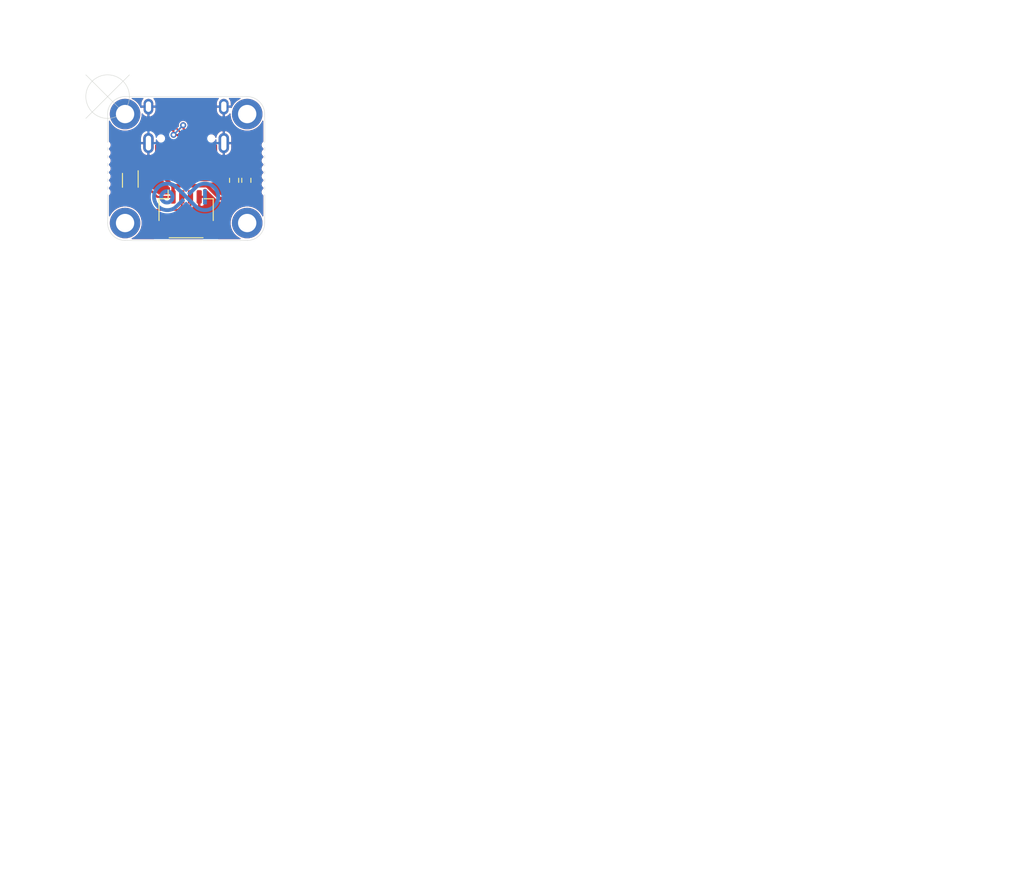
<source format=kicad_pcb>
(kicad_pcb (version 20211014) (generator pcbnew)
  (layers (0 "F.Cu" signal) (31 "B.Cu" signal) (34 "B.Paste" user) (35 "F.Paste" user) (36 "B.SilkS" user "B.Silkscreen") (37 "F.SilkS" user "F.Silkscreen") (38 "B.Mask" user) (39 "F.Mask" user) (44 "Edge.Cuts" user))
  (net 0 "")
  (net 1 "GND")
  (net 2 "DP")
  (net 3 "Net-(J1-PadB5)")
  (net 4 "Net-(J1-PadA8)")
  (net 5 "DN")
  (net 6 "Net-(J1-PadA5)")
  (net 7 "Net-(J1-PadB8)")
  (net 8 "UVCC")
  (net 9 "D-")
  (net 10 "D+")
  (footprint "MountingHole:MountingHole_2.2mm_M2_DIN965_Pad" (layer "F.Cu") (at 47 37)
    (fp_text reference "REF**" hide)
    (fp_text value "MountingHole_2.2mm_M2_DIN965_Pad")
    (pad "1" thru_hole circle locked (at 0 0) (size 3.5 3.5) (drill 2.1) (layers *.Cu *.Mask))
  )
  (footprint "MountingHole:MountingHole_2.2mm_M2_DIN965_Pad" (layer "F.Cu") (at 61 37)
    (fp_text reference "REF**" hide)
    (fp_text value "MountingHole_2.2mm_M2_DIN965_Pad")
    (pad "1" thru_hole circle locked (at 0 0) (size 3.5 3.5) (drill 2.1) (layers *.Cu *.Mask))
  )
  (footprint "MountingHole:MountingHole_2.2mm_M2_DIN965_Pad" (layer "F.Cu") (at 47 49.5)
    (fp_text reference "REF**" hide)
    (fp_text value "MountingHole_2.2mm_M2_DIN965_Pad")
    (pad "1" thru_hole circle locked (at 0 0) (size 3.5 3.5) (drill 2.1) (layers *.Cu *.Mask))
  )
  (footprint "MountingHole:MountingHole_2.2mm_M2_DIN965_Pad" (layer "F.Cu") (at 61 49.5)
    (fp_text reference "REF**" hide)
    (fp_text value "MountingHole_2.2mm_M2_DIN965_Pad")
    (pad "1" thru_hole circle locked (at 0 0) (size 3.5 3.5) (drill 2.1) (layers *.Cu *.Mask))
  )
  (footprint "u1:USB_C_Receptacle_HRO_TYPE-C-31-M-12" (layer "F.Cu") (at 54 37.2 180)
    (fp_text reference "J1" hide)
    (fp_text value "USB_C_Receptacle_USB2.0")
    (pad "" np_thru_hole circle (at 2.89 -2.6 180) (size 0.65 0.65) (drill 0.65) (layers *.Cu *.Mask))
    (pad "" np_thru_hole circle (at -2.89 -2.6 180) (size 0.65 0.65) (drill 0.65) (layers *.Cu *.Mask))
    (pad "A1" smd rect (at -3.25 -4.045 180) (size 0.6 1.45) (layers "F.Cu" "F.Paste" "F.Mask") (net 1 "GND"))
    (pad "A4" smd rect (at -2.45 -4.045 180) (size 0.6 1.45) (layers "F.Cu" "F.Paste" "F.Mask") (net 8 "UVCC"))
    (pad "A5" smd rect (at -1.25 -4.045 180) (size 0.3 1.45) (layers "F.Cu" "F.Paste" "F.Mask") (net 6 "Net-(J1-PadA5)"))
    (pad "A6" smd rect (at -0.25 -4.045 180) (size 0.3 1.45) (layers "F.Cu" "F.Paste" "F.Mask") (net 2 "DP"))
    (pad "A7" smd rect (at 0.25 -4.045 180) (size 0.3 1.45) (layers "F.Cu" "F.Paste" "F.Mask") (net 5 "DN"))
    (pad "A8" smd rect (at 1.25 -4.045 180) (size 0.3 1.45) (layers "F.Cu" "F.Paste" "F.Mask") (net 4 "Net-(J1-PadA8)"))
    (pad "A9" smd rect (at 2.45 -4.045 180) (size 0.6 1.45) (layers "F.Cu" "F.Paste" "F.Mask") (net 8 "UVCC"))
    (pad "A12" smd rect (at 3.25 -4.045 180) (size 0.6 1.45) (layers "F.Cu" "F.Paste" "F.Mask") (net 1 "GND"))
    (pad "B1" smd rect (at 3.25 -4.045 180) (size 0.6 1.45) (layers "F.Cu" "F.Paste" "F.Mask") (net 1 "GND"))
    (pad "B4" smd rect (at 2.45 -4.045 180) (size 0.6 1.45) (layers "F.Cu" "F.Paste" "F.Mask") (net 8 "UVCC"))
    (pad "B5" smd rect (at 1.75 -4.045 180) (size 0.3 1.45) (layers "F.Cu" "F.Paste" "F.Mask") (net 3 "Net-(J1-PadB5)"))
    (pad "B6" smd rect (at 0.75 -4.045 180) (size 0.3 1.45) (layers "F.Cu" "F.Paste" "F.Mask") (net 2 "DP"))
    (pad "B7" smd rect (at -0.75 -4.045 180) (size 0.3 1.45) (layers "F.Cu" "F.Paste" "F.Mask") (net 5 "DN"))
    (pad "B8" smd rect (at -1.75 -4.045 180) (size 0.3 1.45) (layers "F.Cu" "F.Paste" "F.Mask") (net 7 "Net-(J1-PadB8)"))
    (pad "B9" smd rect (at -2.45 -4.045 180) (size 0.6 1.45) (layers "F.Cu" "F.Paste" "F.Mask") (net 8 "UVCC"))
    (pad "B12" smd rect (at -3.25 -4.045 180) (size 0.6 1.45) (layers "F.Cu" "F.Paste" "F.Mask") (net 1 "GND"))
    (pad "S1" thru_hole oval (at 4.32 1.05 180) (size 1.1 1.8) (drill oval 0.6 1.2) (layers *.Cu *.Mask "F.Paste") (net 1 "GND"))
    (pad "S1" thru_hole oval (at -4.32 1.05 180) (size 1.1 1.8) (drill oval 0.6 1.2) (layers *.Cu *.Mask "F.Paste") (net 1 "GND"))
    (pad "S1" thru_hole oval (at 4.32 -3.13 180) (size 1.2 2.3) (drill oval 0.6 1.7) (layers *.Cu *.Mask "F.Paste") (net 1 "GND"))
    (pad "S1" thru_hole oval (at -4.32 -3.13 180) (size 1.2 2.3) (drill oval 0.6 1.7) (layers *.Cu *.Mask "F.Paste") (net 1 "GND"))
  )
  (footprint "Resistor_SMD:R_0603_1608Metric" (layer "F.Cu") (at 59.5 44.6 -90)
    (fp_text reference "R1" hide)
    (fp_text value "5.1k")
    (fp_line (start -0.237258 0.5225) (end 0.237258 0.5225) (layer "F.SilkS") (width 0.12))
    (fp_line (start -0.237258 -0.5225) (end 0.237258 -0.5225) (layer "F.SilkS") (width 0.12))
    (pad "1" smd roundrect (at -0.825 0 270) (size 0.8 0.95) (layers "F.Cu" "F.Paste" "F.Mask") (net 6 "Net-(J1-PadA5)"))
    (pad "2" smd roundrect (at 0.825 0 270) (size 0.8 0.95) (layers "F.Cu" "F.Paste" "F.Mask") (net 1 "GND"))
  )
  (footprint "Resistor_SMD:R_0603_1608Metric" (layer "F.Cu") (at 60.9 44.6 90)
    (fp_text reference "R2" hide)
    (fp_text value "5.1k")
    (fp_line (start -0.237258 0.5225) (end 0.237258 0.5225) (layer "F.SilkS") (width 0.12))
    (fp_line (start -0.237258 -0.5225) (end 0.237258 -0.5225) (layer "F.SilkS") (width 0.12))
    (pad "1" smd roundrect (at -0.825 0 90) (size 0.8 0.95) (layers "F.Cu" "F.Paste" "F.Mask") (net 1 "GND"))
    (pad "2" smd roundrect (at 0.825 0 90) (size 0.8 0.95) (layers "F.Cu" "F.Paste" "F.Mask") (net 3 "Net-(J1-PadB5)"))
  )
  (footprint "Package_TO_SOT_SMD:SOT-666" (layer "F.Cu") (at 47.6 44.6 -90)
    (fp_text reference "U1" hide)
    (fp_text value "USBLC6-2P6")
    (fp_line (start -0.8 0.9) (end 0.8 0.9) (layer "F.SilkS") (width 0.12))
    (fp_line (start 0.8 -0.9) (end -1.1 -0.9) (layer "F.SilkS") (width 0.12))
    (pad "1" smd rect (at -0.85 -0.5375 270) (size 0.5 0.375) (layers "F.Cu" "F.Paste" "F.Mask") (net 5 "DN"))
    (pad "2" smd rect (at -0.925 0 270) (size 0.65 0.3) (layers "F.Cu" "F.Paste" "F.Mask") (net 1 "GND"))
    (pad "3" smd rect (at -0.85 0.5375 270) (size 0.5 0.375) (layers "F.Cu" "F.Paste" "F.Mask") (net 2 "DP"))
    (pad "4" smd rect (at 0.85 0.5375 270) (size 0.5 0.375) (layers "F.Cu" "F.Paste" "F.Mask") (net 10 "D+"))
    (pad "5" smd rect (at 0.925 0 270) (size 0.65 0.3) (layers "F.Cu" "F.Paste" "F.Mask") (net 8 "UVCC"))
    (pad "6" smd rect (at 0.85 -0.5375 270) (size 0.5 0.375) (layers "F.Cu" "F.Paste" "F.Mask") (net 9 "D-"))
  )
  (footprint "Connector_JST:JST_SH_SM04B-SRSS-TB_1x04-1MP_P1.00mm_Horizontal" (layer "F.Cu") (at 54 48.5)
    (fp_text reference "J2" hide)
    (fp_text value "Conn_01x06_MountingPin")
    (fp_line (start -3.11 0.715) (end -3.11 -1.785) (layer "F.SilkS") (width 0.12))
    (fp_line (start 3.11 0.715) (end 3.11 -1.785) (layer "F.SilkS") (width 0.12))
    (fp_line (start -1.94 2.685) (end 1.94 2.685) (layer "F.SilkS") (width 0.12))
    (fp_line (start -2.06 -1.785) (end -2.06 -2.775) (layer "F.SilkS") (width 0.12))
    (fp_line (start 3.11 -1.785) (end 2.06 -1.785) (layer "F.SilkS") (width 0.12))
    (fp_line (start -3.11 -1.785) (end -2.06 -1.785) (layer "F.SilkS") (width 0.12))
    (pad "1" smd roundrect (at -1.5 -2) (size 0.6 1.55) (layers "F.Cu" "F.Paste" "F.Mask") (net 8 "UVCC"))
    (pad "2" smd roundrect (at -0.5 -2) (size 0.6 1.55) (layers "F.Cu" "F.Paste" "F.Mask") (net 9 "D-"))
    (pad "3" smd roundrect (at 0.5 -2) (size 0.6 1.55) (layers "F.Cu" "F.Paste" "F.Mask") (net 10 "D+"))
    (pad "4" smd roundrect (at 1.5 -2) (size 0.6 1.55) (layers "F.Cu" "F.Paste" "F.Mask") (net 1 "GND"))
    (pad "MP" smd roundrect (at 2.8 1.875) (size 1.2 1.8) (layers "F.Cu" "F.Paste" "F.Mask") (roundrect_rratio 0.2083325) (net 1 "GND"))
    (pad "MP" smd roundrect (at -2.8 1.875) (size 1.2 1.8) (layers "F.Cu" "F.Paste" "F.Mask") (roundrect_rratio 0.2083325) (net 1 "GND"))
  )
  (footprint "u1:Mouse_Bite_7" (layer "F.Cu") (at 63 43.25 -90)
    (fp_text reference "REF**" hide)
    (fp_text value "Mouse_Bite_7" hide)
    (pad "" np_thru_hole circle locked (at -0.9 -0.1 270) (size 0.6 0.6) (drill 0.6) (layers *.Cu *.Mask))
    (pad "" np_thru_hole circle locked (at -1.8 -0.1 270) (size 0.6 0.6) (drill 0.6) (layers *.Cu *.Mask))
    (pad "" np_thru_hole circle locked (at 0 -0.1 270) (size 0.6 0.6) (drill 0.6) (layers *.Cu *.Mask))
    (pad "" np_thru_hole circle locked (at 1.8 -0.1 270) (size 0.6 0.6) (drill 0.6) (layers *.Cu *.Mask))
    (pad "" np_thru_hole circle locked (at 2.7 -0.1 270) (size 0.6 0.6) (drill 0.6) (layers *.Cu *.Mask))
    (pad "" np_thru_hole circle locked (at -2.7 -0.1 270) (size 0.6 0.6) (drill 0.6) (layers *.Cu *.Mask))
    (pad "" np_thru_hole circle locked (at 0.9 -0.1 270) (size 0.6 0.6) (drill 0.6) (layers *.Cu *.Mask))
  )
  (footprint "u1:Mouse_Bite_7" (layer "F.Cu") (at 45 43.25 90)
    (fp_text reference "REF**" hide)
    (fp_text value "Mouse_Bite_7" hide)
    (pad "" np_thru_hole circle locked (at -2.7 -0.1 90) (size 0.6 0.6) (drill 0.6) (layers *.Cu *.Mask))
    (pad "" np_thru_hole circle locked (at -1.8 -0.1 90) (size 0.6 0.6) (drill 0.6) (layers *.Cu *.Mask))
    (pad "" np_thru_hole circle locked (at -0.9 -0.1 90) (size 0.6 0.6) (drill 0.6) (layers *.Cu *.Mask))
    (pad "" np_thru_hole circle locked (at 0.9 -0.1 90) (size 0.6 0.6) (drill 0.6) (layers *.Cu *.Mask))
    (pad "" np_thru_hole circle locked (at 2.7 -0.1 90) (size 0.6 0.6) (drill 0.6) (layers *.Cu *.Mask))
    (pad "" np_thru_hole circle locked (at 0 -0.1 90) (size 0.6 0.6) (drill 0.6) (layers *.Cu *.Mask))
    (pad "" np_thru_hole circle locked (at 1.8 -0.1 90) (size 0.6 0.6) (drill 0.6) (layers *.Cu *.Mask))
  )
  (footprint "u1:mini_logo" (layer "B.Cu") (at 54 46.5 180)
    (fp_text reference "G***" hide)
    (fp_text value "LOGO" hide)
    (fp_poly (pts (xy 2.274656 0.862878) (xy 2.376327 0.85068) (xy 2.473042 0.824866) (xy 2.568863 0.785709) (xy 2.693245 0.715167) (xy 2.802177 0.627895) (xy 2.894552 0.525187) (xy 2.969261 0.40834) (xy 3.025198 0.278649) (xy 3.038519 0.236162) (xy 3.057069 0.1456) (xy 3.065868 0.04282) (xy 3.064914 -0.063464) (xy 3.054209 -0.16454) (xy 3.038519 -0.236161) (xy 2.989608 -0.366124) (xy 2.921614 -0.48534) (xy 2.836568 -0.591888) (xy 2.736499 -0.683843) (xy 2.623438 -0.759282) (xy 2.499415 -0.816282) (xy 2.393402 -0.847372) (xy 2.321483 -0.858489) (xy 2.237051 -0.863898) (xy 2.149356 -0.863563) (xy 2.067642 -0.85745) (xy 2.014681 -0.848797) (xy 1.884214 -0.80852) (xy 1.762383 -0.74822) (xy 1.651406 -0.670021) (xy 1.553498 -0.576043) (xy 1.470875 -0.46841) (xy 1.405753 -0.349244) (xy 1.360878 -0.222674) (xy 1.343866 -0.131464) (xy 1.33647 -0.028514) (xy 1.33707 0) (xy 1.772227 0) (xy 1.773094 -0.055525) (xy 1.776688 -0.096127) (xy 1.784495 -0.129939) (xy 1.798003 -0.165096) (xy 1.80541 -0.181522) (xy 1.852301 -0.258236) (xy 1.916006 -0.326388) (xy 1.991279 -0.381583) (xy 2.072876 -0.419427) (xy 2.098207 -0.426842) (xy 2.132308 -0.431923) (xy 2.178999 -0.434541) (xy 2.225437 -0.434202) (xy 2.276147 -0.430007) (xy 2.319036 -0.420448) (xy 2.364714 -0.402646) (xy 2.395108 -0.388181) (xy 2.478323 -0.335598) (xy 2.544286 -0.270545) (xy 2.593007 -0.19589) (xy 2.624493 -0.114502) (xy 2.638755 -0.029249) (xy 2.635799 0.057001) (xy 2.615636 0.141379) (xy 2.578274 0.221017) (xy 2.523722 0.293046) (xy 2.451988 0.354598) (xy 2.392731 0.389337) (xy 2.348161 0.410512) (xy 2.313668 0.423422) (xy 2.280334 0.430072) (xy 2.239243 0.432469) (xy 2.199968 0.432686) (xy 2.14429 0.431435) (xy 2.103179 0.426991) (xy 2.068173 0.417813) (xy 2.030807 0.40236) (xy 2.029083 0.401561) (xy 1.953148 0.355887) (xy 1.884472 0.29491) (xy 1.829174 0.224653) (xy 1.80541 0.181522) (xy 1.78918 0.143517) (xy 1.77925 0.11014) (xy 1.774134 0.073259) (xy 1.772344 0.024739) (xy 1.772227 0) (xy 1.33707 0) (xy 1.338691 0.076927) (xy 1.350527 0.175605) (xy 1.360878 0.222674) (xy 1.399852 0.337978) (xy 1.453695 0.441934) (xy 1.525414 0.539645) (xy 1.587151 0.606345) (xy 1.685693 0.695091) (xy 1.78428 0.763012) (xy 1.887127 0.811994) (xy 1.998446 0.843922) (xy 2.122451 0.860683) (xy 2.160271 0.862927) (xy 2.274656 0.862878)) (layer "B.Cu") (width 0.01) (fill solid))
    (fp_poly (pts (xy -2.011067 1.733319) (xy -1.826497 1.707386) (xy -1.648454 1.664459) (xy -1.481125 1.605752) (xy -1.339273 1.538321) (xy -1.292174 1.512126) (xy -1.248848 1.486673) (xy -1.207549 1.460462) (xy -1.166531 1.43199) (xy -1.124049 1.399756) (xy -1.078357 1.362258) (xy -1.027709 1.317994) (xy -0.97036 1.265463) (xy -0.904564 1.203162) (xy -0.828576 1.12959) (xy -0.740649 1.043246) (xy -0.639039 0.942628) (xy -0.588819 0.892723) (xy -0.121228 0.427739) (xy -0.274064 0.274679) (xy -0.426899 0.121619) (xy -0.874427 0.567035) (xy -0.960999 0.652793) (xy -1.044834 0.735065) (xy -1.124116 0.812122) (xy -1.197029 0.882235) (xy -1.261758 0.943671) (xy -1.316487 0.994703) (xy -1.3594 1.033599) (xy -1.388682 1.058631) (xy -1.397 1.064961) (xy -1.547628 1.157391) (xy -1.703625 1.22744) (xy -1.865793 1.275364) (xy -2.034934 1.301416) (xy -2.159001 1.306775) (xy -2.332645 1.295562) (xy -2.500555 1.262442) (xy -2.661105 1.208194) (xy -2.812669 1.133598) (xy -2.953621 1.039433) (xy -3.082336 0.926479) (xy -3.180046 0.817352) (xy -3.239446 0.733899) (xy -3.297731 0.634994) (xy -3.35113 0.528124) (xy -3.395875 0.420775) (xy -3.425877 0.329046) (xy -3.437311 0.285846) (xy -3.445627 0.248503) (xy -3.451316 0.211929) (xy -3.45487 0.171041) (xy -3.456779 0.120753) (xy -3.457534 0.055981) (xy -3.457639 0) (xy -3.457395 -0.077774) (xy -3.456337 -0.137544) (xy -3.453974 -0.184395) (xy -3.449815 -0.223413) (xy -3.443369 -0.259682) (xy -3.434145 -0.298287) (xy -3.425877 -0.329045) (xy -3.392274 -0.43033) (xy -3.346589 -0.537944) (xy -3.292592 -0.6444) (xy -3.234051 -0.742213) (xy -3.180046 -0.817351) (xy -3.067233 -0.941859) (xy -2.94257 -1.047753) (xy -2.802837 -1.137638) (xy -2.749129 -1.166125) (xy -2.600007 -1.231434) (xy -2.451408 -1.275746) (xy -2.297867 -1.300363) (xy -2.159 -1.306774) (xy -1.984564 -1.296031) (xy -1.817673 -1.263623) (xy -1.657471 -1.209276) (xy -1.503101 -1.132719) (xy -1.397 -1.065034) (xy -1.378301 -1.049484) (xy -1.343951 -1.018144) (xy -1.294563 -0.971616) (xy -1.230751 -0.910501) (xy -1.15313 -0.835399) (xy -1.062312 -0.746911) (xy -0.958913 -0.645639) (xy -0.843544 -0.532183) (xy -0.716821 -0.407144) (xy -0.579357 -0.271123) (xy -0.431765 -0.124722) (xy -0.27466 0.03146) (xy -0.132773 0.172777) (xy 0.033984 0.338993) (xy 0.185286 0.489748) (xy 0.322035 0.625879) (xy 0.445135 0.748223) (xy 0.555487 0.857618) (xy 0.653994 0.9549) (xy 0.741558 1.040906) (xy 0.819082 1.116475) (xy 0.887468 1.182442) (xy 0.947618 1.239646) (xy 1.000436 1.288923) (xy 1.046823 1.33111) (xy 1.087682 1.367044) (xy 1.123915 1.397563) (xy 1.156424 1.423504) (xy 1.186113 1.445704) (xy 1.213884 1.465) (xy 1.240638 1.482228) (xy 1.267279 1.498228) (xy 1.294708 1.513834) (xy 1.323829 1.529885) (xy 1.339272 1.538321) (xy 1.495398 1.611705) (xy 1.66445 1.669553) (xy 1.841396 1.71084) (xy 2.021199 1.734541) (xy 2.198826 1.739629) (xy 2.298491 1.733684) (xy 2.457496 1.713521) (xy 2.601414 1.683727) (xy 2.736906 1.642422) (xy 2.870636 1.587728) (xy 2.946662 1.550843) (xy 3.098194 1.46455) (xy 3.235503 1.366439) (xy 3.365682 1.251341) (xy 3.388247 1.229081) (xy 3.520779 1.081613) (xy 3.632656 0.924825) (xy 3.725132 0.756683) (xy 3.799462 0.575155) (xy 3.808721 0.547865) (xy 3.844979 0.427198) (xy 3.870334 0.314287) (xy 3.886102 0.200747) (xy 3.893598 0.078193) (xy 3.894675 0) (xy 3.891357 -0.131583) (xy 3.880528 -0.249308) (xy 3.860873 -0.361559) (xy 3.831074 -0.476722) (xy 3.808721 -0.547864) (xy 3.736894 -0.731482) (xy 3.647101 -0.901421) (xy 3.538088 -1.059715) (xy 3.408599 -1.208396) (xy 3.388247 -1.22908) (xy 3.239998 -1.36172) (xy 3.079668 -1.47555) (xy 2.908988 -1.569934) (xy 2.72969 -1.644239) (xy 2.543505 -1.697831) (xy 2.352164 -1.730076) (xy 2.1574 -1.74034) (xy 2.011066 -1.733318) (xy 1.826496 -1.707385) (xy 1.648453 -1.664458) (xy 1.481124 -1.605751) (xy 1.339272 -1.53832) (xy 1.292173 -1.512125) (xy 1.248847 -1.486673) (xy 1.207548 -1.460461) (xy 1.16653 -1.431989) (xy 1.124048 -1.399755) (xy 1.078356 -1.362257) (xy 1.027708 -1.317993) (xy 0.970359 -1.265462) (xy 0.904563 -1.203161) (xy 0.828575 -1.12959) (xy 0.740648 -1.043245) (xy 0.639038 -0.942627) (xy 0.588818 -0.892723) (xy 0.121227 -0.427738) (xy 0.274065 -0.274676) (xy 0.426903 -0.121615) (xy 0.880201 -0.573375) (xy 0.986965 -0.679545) (xy 1.079256 -0.770676) (xy 1.158757 -0.848224) (xy 1.227153 -0.913647) (xy 1.286129 -0.9684) (xy 1.337369 -1.01394) (xy 1.382558 -1.051724) (xy 1.42338 -1.083207) (xy 1.46152 -1.109847) (xy 1.498663 -1.133099) (xy 1.536493 -1.15442) (xy 1.575954 -1.174894) (xy 1.718353 -1.234369) (xy 1.871703 -1.276208) (xy 2.031714 -1.300122) (xy 2.194096 -1.305822) (xy 2.354557 -1.293017) (xy 2.508807 -1.261417) (xy 2.571688 -1.242139) (xy 2.732514 -1.175526) (xy 2.88237 -1.089286) (xy 3.019306 -0.984777) (xy 3.141378 -0.863359) (xy 3.180045 -0.817351) (xy 3.239445 -0.733898) (xy 3.29773 -0.634993) (xy 3.351129 -0.528123) (xy 3.395874 -0.420774) (xy 3.425876 -0.329045) (xy 3.43731 -0.285846) (xy 3.445626 -0.248502) (xy 3.451315 -0.211928) (xy 3.454869 -0.17104) (xy 3.456778 -0.120752) (xy 3.457533 -0.05598) (xy 3.457638 0) (xy 3.457394 0.077774) (xy 3.456336 0.137545) (xy 3.453973 0.184396) (xy 3.449814 0.223414) (xy 3.443368 0.259683) (xy 3.434144 0.298288) (xy 3.425876 0.329046) (xy 3.392273 0.430331) (xy 3.346588 0.537945) (xy 3.292591 0.644401) (xy 3.23405 0.742214) (xy 3.180045 0.817352) (xy 3.067232 0.94186) (xy 2.942569 1.047754) (xy 2.802836 1.137639) (xy 2.749128 1.166125) (xy 2.600006 1.231435) (xy 2.451407 1.275747) (xy 2.297866 1.300363) (xy 2.159 1.306775) (xy 1.984529 1.296027) (xy 1.817602 1.263604) (xy 1.657378 1.209241) (xy 1.503018 1.13267) (xy 1.397 1.065012) (xy 1.378328 1.04948) (xy 1.344011 1.018167) (xy 1.294668 0.97168) (xy 1.230921 0.910626) (xy 1.153389 0.835614) (xy 1.062693 0.74725) (xy 0.959454 0.646143) (xy 0.844292 0.532899) (xy 0.717828 0.408127) (xy 0.580682 0.272433) (xy 0.433475 0.126426) (xy 0.276827 -0.029288) (xy 0.132772 -0.172753) (xy -0.034006 -0.338981) (xy -0.185329 -0.489747) (xy -0.322099 -0.62589) (xy -0.445219 -0.748245) (xy -0.55559 -0.857651) (xy -0.654116 -0.954945) (xy -0.741697 -1.040962) (xy -0.819238 -1.116542) (xy -0.88764 -1.182519) (xy -0.947805 -1.239732) (xy -1.000635 -1.289017) (xy -1.047034 -1.331212) (xy -1.087903 -1.367154) (xy -1.124144 -1.397679) (xy -1.156661 -1.423625) (xy -1.186354 -1.445829) (xy -1.214127 -1.465128) (xy -1.240882 -1.482358) (xy -1.267522 -1.498357) (xy -1.294947 -1.513963) (xy -1.324062 -1.530011) (xy -1.339273 -1.53832) (xy -1.498138 -1.612906) (xy -1.669802 -1.671167) (xy -1.84994 -1.712268) (xy -2.034224 -1.735373) (xy -2.21833 -1.739647) (xy -2.339664 -1.731534) (xy -2.536558 -1.699364) (xy -2.726752 -1.645393) (xy -2.908832 -1.5703) (xy -3.081384 -1.47476) (xy -3.242996 -1.359453) (xy -3.388248 -1.22908) (xy -3.52078 -1.081612) (xy -3.632657 -0.924824) (xy -3.725133 -0.756683) (xy -3.799463 -0.575154) (xy -3.808722 -0.547864) (xy -3.84498 -0.427197) (xy -3.870335 -0.314286) (xy -3.886103 -0.200747) (xy -3.893599 -0.078193) (xy -3.894676 0) (xy -3.891358 0.131584) (xy -3.880529 0.249308) (xy -3.860874 0.36156) (xy -3.831075 0.476723) (xy -3.808722 0.547865) (xy -3.736895 0.731483) (xy -3.647102 0.901422) (xy -3.538089 1.059716) (xy -3.4086 1.208397) (xy -3.388248 1.229081) (xy -3.239999 1.361721) (xy -3.079669 1.475551) (xy -2.908989 1.569935) (xy -2.729691 1.64424) (xy -2.543506 1.697832) (xy -2.352165 1.730077) (xy -2.157401 1.740341) (xy -2.011067 1.733319)) (layer "B.Cu") (width 0.01) (fill solid))
    (fp_poly (pts (xy -1.939637 -0.865909) (xy -2.378364 -0.865909) (xy -2.378364 0.865909) (xy -1.939637 0.865909) (xy -1.939637 -0.865909)) (layer "B.Cu") (width 0) (fill solid))
  )
  (gr_line (start 61 35) (end 47 35) (layer "Edge.Cuts") (width 0.05))
  (gr_arc (start 47 51.5) (mid 45.585786 50.914214) (end 45 49.5) (layer "Edge.Cuts") (width 0.05))
  (gr_line (start 45 37) (end 45 49.5) (layer "Edge.Cuts") (width 0.05))
  (gr_line (start 63 49.5) (end 63 37) (layer "Edge.Cuts") (width 0.05))
  (gr_arc (start 45 37) (mid 45.585786 35.585786) (end 47 35) (layer "Edge.Cuts") (width 0.05))
  (gr_line (start 47 51.5) (end 61 51.5) (layer "Edge.Cuts") (width 0.05))
  (gr_arc (start 63 49.5) (mid 62.414214 50.914214) (end 61 51.5) (layer "Edge.Cuts") (width 0.05))
  (gr_arc (start 61 35) (mid 62.414214 35.585786) (end 63 37) (layer "Edge.Cuts") (width 0.05))
  (target x (at 45 35) (size 5) (width 0.05) (layer "Edge.Cuts"))
  (segment (start 49.68 43.645) (end 49.68 41.83) (width 0.25) (layer "F.Cu") (net 1))
  (segment (start 47.875 44.35) (end 48.975 44.35) (width 0.25) (layer "F.Cu") (net 1))
  (segment (start 47.6 44.075) (end 47.875 44.35) (width 0.25) (layer "F.Cu") (net 1))
  (segment (start 47.6 43.675) (end 47.6 44.075) (width 0.25) (layer "F.Cu") (net 1))
  (segment (start 49.68 41.83) (end 49.68 40.33) (width 0.25) (layer "F.Cu") (net 1))
  (segment (start 55.5 46.5) (end 55.5 48) (width 0.3) (layer "F.Cu") (net 1))
  (segment (start 48.975 44.35) (end 49.68 43.645) (width 0.25) (layer "F.Cu") (net 1))
  (segment (start 47.35 39.725) (end 48.9 38.175) (width 0.2) (layer "F.Cu") (net 2))
  (segment (start 53.25 41.245) (end 53.25 42.64) (width 0.2) (layer "F.Cu") (net 2))
  (segment (start 54.25 42.63) (end 54.25 41.245) (width 0.2) (layer "F.Cu") (net 2))
  (segment (start 53.25 42.64) (end 53.5 42.89) (width 0.2) (layer "F.Cu") (net 2))
  (segment (start 53.99 42.89) (end 54.25 42.63) (width 0.2) (layer "F.Cu") (net 2))
  (segment (start 47.35 42.925) (end 47.35 39.725) (width 0.2) (layer "F.Cu") (net 2))
  (segment (start 47.0625 43.2125) (end 47.35 42.925) (width 0.2) (layer "F.Cu") (net 2))
  (segment (start 48.9 38.175) (end 52.425 38.175) (width 0.2) (layer "F.Cu") (net 2))
  (segment (start 47.0625 43.75) (end 47.0625 43.2125) (width 0.2) (layer "F.Cu") (net 2))
  (segment (start 54.25 40) (end 54.25 41.245) (width 0.2) (layer "F.Cu") (net 2))
  (segment (start 52.425 38.175) (end 54.25 40) (width 0.2) (layer "F.Cu") (net 2))
  (segment (start 53.5 42.89) (end 53.99 42.89) (width 0.2) (layer "F.Cu") (net 2))
  (segment (start 52.25 42.745) (end 52.25 44.05) (width 0.2) (layer "F.Cu") (net 3))
  (segment (start 52.25 44.05) (end 52.8 44.6) (width 0.2) (layer "F.Cu") (net 3))
  (segment (start 52.25 42.745) (end 52.25 41.245) (width 0.2) (layer "F.Cu") (net 3))
  (segment (start 52.8 44.6) (end 60.075 44.6) (width 0.2) (layer "F.Cu") (net 3))
  (segment (start 60.075 44.6) (end 60.9 43.775) (width 0.2) (layer "F.Cu") (net 3))
  (segment (start 52.56 38.98) (end 52.28 38.7) (width 0.2) (layer "F.Cu") (net 5))
  (segment (start 53.75 40.17) (end 53.75 41.245) (width 0.2) (layer "F.Cu") (net 5))
  (segment (start 52.56 39.38) (end 52.56 38.98) (width 0.2) (layer "F.Cu") (net 5))
  (segment (start 52.28 38.7) (end 49.1 38.7) (width 0.2) (layer "F.Cu") (net 5))
  (segment (start 53.66 38.61) (end 54.75 39.7) (width 0.2) (layer "F.Cu") (net 5))
  (segment (start 52.56 39.38) (end 52.96 39.38) (width 0.2) (layer "F.Cu") (net 5))
  (segment (start 48.1375 43.1875) (end 48.1375 43.75) (width 0.2) (layer "F.Cu") (net 5))
  (segment (start 49.1 38.7) (end 47.875 39.925) (width 0.2) (layer "F.Cu") (net 5))
  (segment (start 47.875 39.925) (end 47.875 42.925) (width 0.2) (layer "F.Cu") (net 5))
  (segment (start 52.96 39.38) (end 53.75 40.17) (width 0.2) (layer "F.Cu") (net 5))
  (segment (start 54.75 39.7) (end 54.75 41.245) (width 0.2) (layer "F.Cu") (net 5))
  (segment (start 53.66 38.28) (end 53.66 38.61) (width 0.2) (layer "F.Cu") (net 5))
  (segment (start 47.875 42.925) (end 48.1375 43.1875) (width 0.2) (layer "F.Cu") (net 5))
  (via (at 53.66 38.28) (size 0.7) (drill 0.35) (layers "F.Cu" "B.Cu") (net 5))
  (via (at 52.56 39.38) (size 0.7) (drill 0.35) (layers "F.Cu" "B.Cu") (net 5))
  (segment (start 53.66 38.28) (end 52.56 39.38) (width 0.2) (layer "B.Cu") (net 5))
  (segment (start 55.25 42.4) (end 56.625 43.775) (width 0.2) (layer "F.Cu") (net 6))
  (segment (start 55.25 41.245) (end 55.25 42.4) (width 0.2) (layer "F.Cu") (net 6))
  (segment (start 58.325 43.775) (end 59.5 43.775) (width 0.2) (layer "F.Cu") (net 6))
  (segment (start 56.625 43.775) (end 58.325 43.775) (width 0.2) (layer "F.Cu") (net 6))
  (segment (start 47.6 45.525) (end 47.6 45.12) (width 0.25) (layer "F.Cu") (net 8))
  (segment (start 62.15 41.36) (end 62.15 45.83) (width 0.4) (layer "F.Cu") (net 8))
  (segment (start 51.55 42.745) (end 51.55 44.35) (width 0.4) (layer "F.Cu") (net 8))
  (segment (start 57.86 46.69) (end 56.395 45.225) (width 0.4) (layer "F.Cu") (net 8))
  (segment (start 52.5 45.3) (end 52.425 45.225) (width 0.4) (layer "F.Cu") (net 8))
  (segment (start 56.16 40.25) (end 56.16 39.26) (width 0.4) (layer "F.Cu") (net 8))
  (segment (start 56.45 40.54) (end 56.16 40.25) (width 0.4) (layer "F.Cu") (net 8))
  (segment (start 59.21 38.42) (end 62.15 41.36) (width 0.4) (layer "F.Cu") (net 8))
  (segment (start 57 38.42) (end 59.21 38.42) (width 0.4) (layer "F.Cu") (net 8))
  (segment (start 47.87 44.85) (end 49.05 44.85) (width 0.25) (layer "F.Cu") (net 8))
  (segment (start 51.55 42.745) (end 51.55 41.245) (width 0.4) (layer "F.Cu") (net 8))
  (segment (start 49.05 44.85) (end 50.7 46.5) (width 0.25) (layer "F.Cu") (net 8))
  (segment (start 52.5 46.5) (end 52.5 45.3) (width 0.4) (layer "F.Cu") (net 8))
  (segment (start 56.395 45.225) (end 52.425 45.225) (width 0.4) (layer "F.Cu") (net 8))
  (segment (start 51.5 41.295) (end 51.55 41.245) (width 0.4) (layer "F.Cu") (net 8))
  (segment (start 51.55 44.35) (end 52.425 45.225) (width 0.4) (layer "F.Cu") (net 8))
  (segment (start 62.15 45.83) (end 61.29 46.69) (width 0.4) (layer "F.Cu") (net 8))
  (segment (start 50.7 46.5) (end 52.5 46.5) (width 0.25) (layer "F.Cu") (net 8))
  (segment (start 56.16 39.26) (end 57 38.42) (width 0.4) (layer "F.Cu") (net 8))
  (segment (start 56.45 41.245) (end 56.45 40.54) (width 0.4) (layer "F.Cu") (net 8))
  (segment (start 61.29 46.69) (end 57.86 46.69) (width 0.4) (layer "F.Cu") (net 8))
  (segment (start 47.6 45.12) (end 47.87 44.85) (width 0.25) (layer "F.Cu") (net 8))
  (segment (start 53.5 47.55) (end 53.5 46.5) (width 0.2) (layer "F.Cu") (net 9))
  (segment (start 48.1375 45.45) (end 48.1375 46.0625) (width 0.2) (layer "F.Cu") (net 9))
  (segment (start 50.075 48) (end 53.05 48) (width 0.2) (layer "F.Cu") (net 9))
  (segment (start 48.1375 46.0625) (end 50.075 48) (width 0.2) (layer "F.Cu") (net 9))
  (segment (start 53.05 48) (end 53.5 47.55) (width 0.2) (layer "F.Cu") (net 9))
  (segment (start 53.405 48.675) (end 54.5 47.58) (width 0.2) (layer "F.Cu") (net 10))
  (segment (start 49.625 48.675) (end 53.405 48.675) (width 0.2) (layer "F.Cu") (net 10))
  (segment (start 47.0625 45.45) (end 47.0625 46.1125) (width 0.2) (layer "F.Cu") (net 10))
  (segment (start 47.0625 46.1125) (end 49.625 48.675) (width 0.2) (layer "F.Cu") (net 10))
  (segment (start 54.5 47.58) (end 54.5 46.5) (width 0.2) (layer "F.Cu") (net 10))
  (zone (net 1) (net_name "GND") (layer "F.Cu") (connect_pads (clearance 0.127)) (min_thickness 0.127) (fill yes (thermal_gap 0.254) (thermal_bridge_width 0.254))
    (polygon (pts (xy 63 51.5) (xy 45 51.5) (xy 45 35) (xy 63 35)))
  )
  (zone (net 1) (net_name "GND") (layer "B.Cu") (connect_pads (clearance 0.127)) (min_thickness 0.127) (fill yes (thermal_gap 0.254) (thermal_bridge_width 0.254))
    (polygon (pts (xy 63 51.5) (xy 45 51.5) (xy 45 35) (xy 63 35)))
  )
)
</source>
